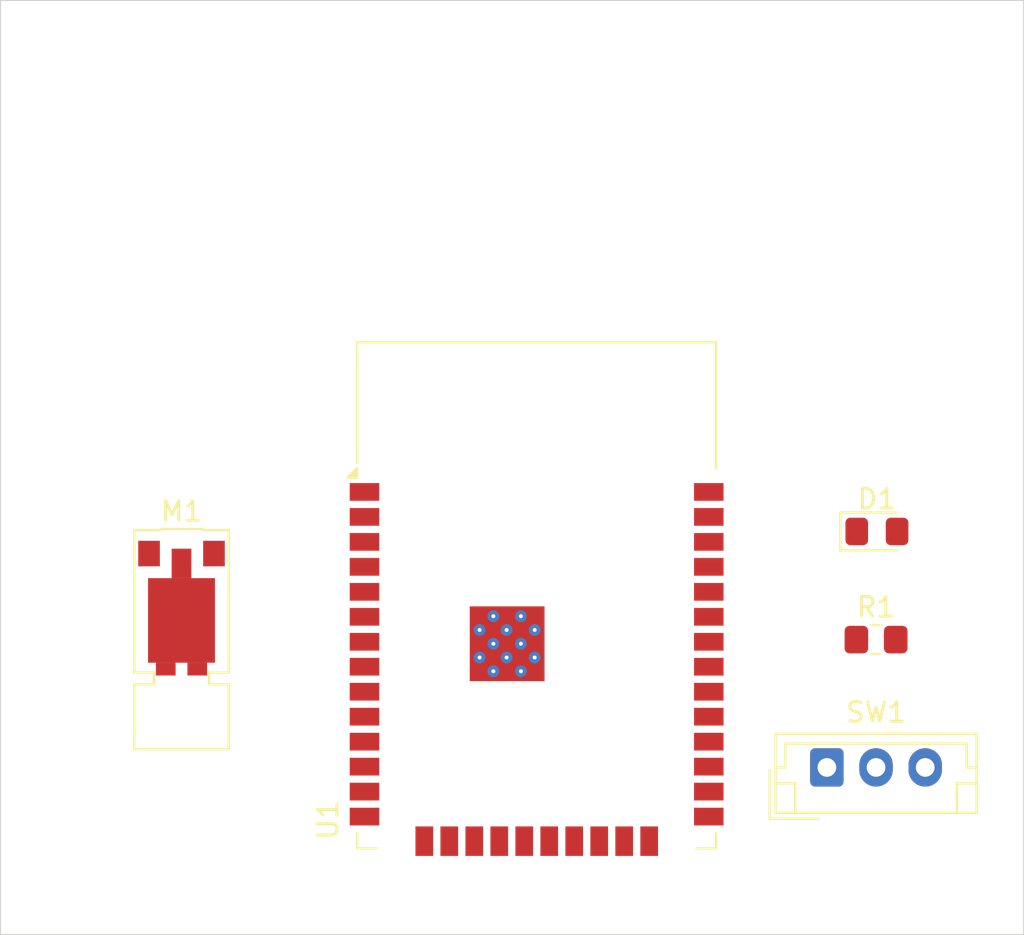
<source format=kicad_pcb>
(kicad_pcb (version 20240108) (generator "pcbnew") (generator_version "8.0")
  (layers (0 "F.Cu" signal) (31 "B.Cu" signal) (34 "B.Paste" user) (35 "F.Paste" user) (36 "B.SilkS" user "B.Silkscreen") (37 "F.SilkS" user "F.Silkscreen") (38 "B.Mask" user) (39 "F.Mask" user) (44 "Edge.Cuts" user))
  (net 0 "")
  (net 1 "GND")
  (net 2 "Net-(D1-A)")
  (net 3 "Net-(U1-IO33)")
  (net 4 "Net-(M1--)")
  (net 5 "Net-(SW1-A)")
  (net 6 "Net-(SW1-C)")
  (net 7 "VCC")
  (net 9 "Net-(U1-IO35)")
  (net 21 "Net-(U1-IO34)")
  (footprint "Motors:Vybronics_VZ30C1T8219732L" (layer "F.Cu") (at 53.2 72.975)
    (property "Reference" "M1" (at 0 -6.5 0) (layer "F.SilkS"))
    (property "Value" "Stepper_Motor_bipolar")
    (fp_line (start -2.4 -5.55) (end -1.05 -5.55) (stroke (width 0.12)) (layer "F.SilkS"))
    (fp_line (start -2.4 -5.2) (end -2.4 -5.55) (stroke (width 0.12)) (layer "F.SilkS"))
    (fp_line (start -2.4 1.7) (end -2.4 -5.2) (stroke (width 0.12)) (layer "F.SilkS"))
    (fp_line (start -2.4 2.3) (end -1.4 2.3) (stroke (width 0.12)) (layer "F.SilkS"))
    (fp_line (start -2.4 5.6) (end -2.4 2.3) (stroke (width 0.12)) (layer "F.SilkS"))
    (fp_line (start -1.4 1.7) (end -2.4 1.7) (stroke (width 0.12)) (layer "F.SilkS"))
    (fp_line (start -1.4 2.3) (end -1.4 1.7) (stroke (width 0.12)) (layer "F.SilkS"))
    (fp_line (start -1.05 -5.6) (end 1.05 -5.6) (stroke (width 0.12)) (layer "F.SilkS"))
    (fp_line (start -1.05 -5.55) (end -1.05 -5.6) (stroke (width 0.12)) (layer "F.SilkS"))
    (fp_line (start 1.05 -5.6) (end 1.05 -5.55) (stroke (width 0.12)) (layer "F.SilkS"))
    (fp_line (start 1.05 -5.55) (end 2.4 -5.55) (stroke (width 0.12)) (layer "F.SilkS"))
    (fp_line (start 1.4 1.7) (end 1.4 2.3) (stroke (width 0.12)) (layer "F.SilkS"))
    (fp_line (start 1.4 2.3) (end 2.4 2.3) (stroke (width 0.12)) (layer "F.SilkS"))
    (fp_line (start 2.4 -5.55) (end 2.4 -5.2) (stroke (width 0.12)) (layer "F.SilkS"))
    (fp_line (start 2.4 -5.2) (end 2.4 1.7) (stroke (width 0.12)) (layer "F.SilkS"))
    (fp_line (start 2.4 1.7) (end 1.4 1.7) (stroke (width 0.12)) (layer "F.SilkS"))
    (fp_line (start 2.4 2.3) (end 2.4 5.6) (stroke (width 0.12)) (layer "F.SilkS"))
    (fp_line (start 2.4 5.6) (end -2.4 5.6) (stroke (width 0.12)) (layer "F.SilkS"))
    (pad "1" smd rect (at -1.65 -4.35 270) (size 1.3 1.1) (layers "F.Cu" "F.Paste" "F.Mask") (net 3 "Net-(U1-IO33)"))
    (pad "2" smd rect (at 1.65 -4.35 270) (size 1.3 1.1) (layers "F.Cu" "F.Paste" "F.Mask") (net 4 "Net-(M1--)"))
    (pad "SH" smd rect (at -0.8 1.525) (size 1 0.65) (layers "F.Cu" "F.Paste" "F.Mask"))
    (pad "SH" smd rect (at 0 -3.85 270) (size 1.5 1) (layers "F.Cu" "F.Paste" "F.Mask"))
    (pad "SH" smd rect (at 0 -0.95 270) (size 4.3 3.4) (layers "F.Cu" "F.Mask"))
    (pad "SH" smd rect (at 0.8 1.525) (size 1 0.65) (layers "F.Cu" "F.Paste" "F.Mask"))
  )
  (footprint "LED_SMD:LED_0805_2012Metric_Pad1.15x1.40mm_HandSolder" (layer "F.Cu") (at 88.545 67.5)
    (property "Reference" "D1" (at 0 -1.65 0) (layer "F.SilkS"))
    (property "Value" "LED")
    (fp_line (start -1.86 -0.96) (end -1.86 0.96) (stroke (width 0.12)) (layer "F.SilkS"))
    (fp_line (start -1.86 0.96) (end 1 0.96) (stroke (width 0.12)) (layer "F.SilkS"))
    (fp_line (start 1 -0.96) (end -1.86 -0.96) (stroke (width 0.12)) (layer "F.SilkS"))
    (pad "1" smd roundrect (at -1.025 0) (size 1.15 1.4) (layers "F.Cu" "F.Paste" "F.Mask") (roundrect_rratio 0.217391) (net 1 "GND"))
    (pad "2" smd roundrect (at 1.025 0) (size 1.15 1.4) (layers "F.Cu" "F.Paste" "F.Mask") (roundrect_rratio 0.217391) (net 2 "Net-(D1-A)"))
  )
  (footprint "Resistor_SMD:R_0805_2012Metric_Pad1.20x1.40mm_HandSolder" (layer "F.Cu") (at 88.5 73)
    (property "Reference" "R1" (at 0 -1.65 0) (layer "F.SilkS"))
    (property "Value" "R")
    (fp_line (start -0.227064 -0.735) (end 0.227064 -0.735) (stroke (width 0.12)) (layer "F.SilkS"))
    (fp_line (start -0.227064 0.735) (end 0.227064 0.735) (stroke (width 0.12)) (layer "F.SilkS"))
    (pad "1" smd roundrect (at -1 0) (size 1.2 1.4) (layers "F.Cu" "F.Paste" "F.Mask") (roundrect_rratio 0.208333) (net 5 "Net-(SW1-A)"))
    (pad "2" smd roundrect (at 1 0) (size 1.2 1.4) (layers "F.Cu" "F.Paste" "F.Mask") (roundrect_rratio 0.208333) (net 2 "Net-(D1-A)"))
  )
  (footprint "RF_Module:ESP32-WROOM-32D" (layer "F.Cu") (at 71.25 73.74)
    (property "Reference" "U1" (at -10.61 8.43 90) (layer "F.SilkS"))
    (property "Value" "ESP32-WROOM-32E")
    (fp_line (start -9.12 -15.86) (end -9.12 -9.7) (stroke (width 0.12)) (layer "F.SilkS"))
    (fp_line (start -9.12 -15.86) (end 9.12 -15.86) (stroke (width 0.12)) (layer "F.SilkS"))
    (fp_line (start -9.12 9.1) (end -9.12 9.88) (stroke (width 0.12)) (layer "F.SilkS"))
    (fp_line (start -9.12 9.88) (end -8.12 9.88) (stroke (width 0.12)) (layer "F.SilkS"))
    (fp_line (start 9.12 -15.86) (end 9.12 -9.445) (stroke (width 0.12)) (layer "F.SilkS"))
    (fp_line (start 9.12 9.1) (end 9.12 9.88) (stroke (width 0.12)) (layer "F.SilkS"))
    (fp_line (start 9.12 9.88) (end 8.12 9.88) (stroke (width 0.12)) (layer "F.SilkS"))
    (fp_poly (pts (xy -9.125 -8.975) (xy -9.625 -8.975) (xy -9.125 -9.475) (xy -9.125 -8.975)) (stroke (width 0.12)) (fill solid) (layer "F.SilkS"))
    (pad "1" smd rect (at -8.75 -8.25) (size 1.5 0.9) (layers "F.Cu" "F.Paste" "F.Mask") (net 1 "GND"))
    (pad "2" smd rect (at -8.75 -6.98) (size 1.5 0.9) (layers "F.Cu" "F.Paste" "F.Mask") (net 6 "Net-(SW1-C)"))
    (pad "3" smd rect (at -8.75 -5.71) (size 1.5 0.9) (layers "F.Cu" "F.Paste" "F.Mask"))
    (pad "4" smd rect (at -8.75 -4.44) (size 1.5 0.9) (layers "F.Cu" "F.Paste" "F.Mask"))
    (pad "5" smd rect (at -8.75 -3.17) (size 1.5 0.9) (layers "F.Cu" "F.Paste" "F.Mask"))
    (pad "6" smd rect (at -8.75 -1.9) (size 1.5 0.9) (layers "F.Cu" "F.Paste" "F.Mask") (net 21 "Net-(U1-IO34)"))
    (pad "7" smd rect (at -8.75 -0.63) (size 1.5 0.9) (layers "F.Cu" "F.Paste" "F.Mask") (net 9 "Net-(U1-IO35)"))
    (pad "8" smd rect (at -8.75 0.64) (size 1.5 0.9) (layers "F.Cu" "F.Paste" "F.Mask") (net 4 "Net-(M1--)"))
    (pad "9" smd rect (at -8.75 1.91) (size 1.5 0.9) (layers "F.Cu" "F.Paste" "F.Mask") (net 3 "Net-(U1-IO33)"))
    (pad "10" smd rect (at -8.75 3.18) (size 1.5 0.9) (layers "F.Cu" "F.Paste" "F.Mask"))
    (pad "11" smd rect (at -8.75 4.45) (size 1.5 0.9) (layers "F.Cu" "F.Paste" "F.Mask"))
    (pad "12" smd rect (at -8.75 5.72) (size 1.5 0.9) (layers "F.Cu" "F.Paste" "F.Mask"))
    (pad "13" smd rect (at -8.75 6.99) (size 1.5 0.9) (layers "F.Cu" "F.Paste" "F.Mask"))
    (pad "14" smd rect (at -8.75 8.26) (size 1.5 0.9) (layers "F.Cu" "F.Paste" "F.Mask"))
    (pad "15" smd rect (at -5.71 9.51 90) (size 1.5 0.9) (layers "F.Cu" "F.Paste" "F.Mask") (net 1 "GND"))
    (pad "16" smd rect (at -4.44 9.51 90) (size 1.5 0.9) (layers "F.Cu" "F.Paste" "F.Mask"))
    (pad "17" smd rect (at -3.17 9.51 90) (size 1.5 0.9) (layers "F.Cu" "F.Paste" "F.Mask"))
    (pad "18" smd rect (at -1.9 9.51 90) (size 1.5 0.9) (layers "F.Cu" "F.Paste" "F.Mask"))
    (pad "19" smd rect (at -0.63 9.51 90) (size 1.5 0.9) (layers "F.Cu" "F.Paste" "F.Mask"))
    (pad "20" smd rect (at 0.64 9.51 90) (size 1.5 0.9) (layers "F.Cu" "F.Paste" "F.Mask"))
    (pad "21" smd rect (at 1.91 9.51 90) (size 1.5 0.9) (layers "F.Cu" "F.Paste" "F.Mask"))
    (pad "22" smd rect (at 3.18 9.51 90) (size 1.5 0.9) (layers "F.Cu" "F.Paste" "F.Mask"))
    (pad "23" smd rect (at 4.45 9.51 90) (size 1.5 0.9) (layers "F.Cu" "F.Paste" "F.Mask"))
    (pad "24" smd rect (at 5.72 9.51 90) (size 1.5 0.9) (layers "F.Cu" "F.Paste" "F.Mask"))
    (pad "25" smd rect (at 8.75 8.26) (size 1.5 0.9) (layers "F.Cu" "F.Paste" "F.Mask"))
    (pad "26" smd rect (at 8.75 6.99) (size 1.5 0.9) (layers "F.Cu" "F.Paste" "F.Mask"))
    (pad "27" smd rect (at 8.75 5.72) (size 1.5 0.9) (layers "F.Cu" "F.Paste" "F.Mask"))
    (pad "28" smd rect (at 8.75 4.45) (size 1.5 0.9) (layers "F.Cu" "F.Paste" "F.Mask"))
    (pad "29" smd rect (at 8.75 3.18) (size 1.5 0.9) (layers "F.Cu" "F.Paste" "F.Mask"))
    (pad "30" smd rect (at 8.75 1.91) (size 1.5 0.9) (layers "F.Cu" "F.Paste" "F.Mask"))
    (pad "31" smd rect (at 8.75 0.64) (size 1.5 0.9) (layers "F.Cu" "F.Paste" "F.Mask"))
    (pad "32" smd rect (at 8.75 -0.63) (size 1.5 0.9) (layers "F.Cu" "F.Paste" "F.Mask"))
    (pad "33" smd rect (at 8.75 -1.9) (size 1.5 0.9) (layers "F.Cu" "F.Paste" "F.Mask"))
    (pad "34" smd rect (at 8.75 -3.17) (size 1.5 0.9) (layers "F.Cu" "F.Paste" "F.Mask"))
    (pad "35" smd rect (at 8.75 -4.44) (size 1.5 0.9) (layers "F.Cu" "F.Paste" "F.Mask"))
    (pad "36" smd rect (at 8.75 -5.71) (size 1.5 0.9) (layers "F.Cu" "F.Paste" "F.Mask"))
    (pad "37" smd rect (at 8.75 -6.98) (size 1.5 0.9) (layers "F.Cu" "F.Paste" "F.Mask"))
    (pad "38" smd rect (at 8.75 -8.25) (size 1.5 0.9) (layers "F.Cu" "F.Paste" "F.Mask") (net 1 "GND"))
    (pad "39" smd rect (at -2.9 -1.93) (size 0.9 0.9) (layers "F.Cu" "F.Paste") (net 1 "GND"))
    (pad "39" thru_hole circle (at -2.9 -1.23) (size 0.6 0.6) (drill 0.2) (property pad_prop_heatsink) (layers "*.Cu" "F.Mask") (net 1 "GND"))
    (pad "39" smd rect (at -2.9 -0.53) (size 0.9 0.9) (layers "F.Cu" "F.Paste") (net 1 "GND"))
    (pad "39" thru_hole circle (at -2.9 0.17) (size 0.6 0.6) (drill 0.2) (property pad_prop_heatsink) (layers "*.Cu" "F.Mask") (net 1 "GND"))
    (pad "39" smd rect (at -2.9 0.87) (size 0.9 0.9) (layers "F.Cu" "F.Paste") (net 1 "GND"))
    (pad "39" thru_hole circle (at -2.2 -1.93) (size 0.6 0.6) (drill 0.2) (property pad_prop_heatsink) (layers "*.Cu" "F.Mask") (net 1 "GND"))
    (pad "39" thru_hole circle (at -2.2 -0.53) (size 0.6 0.6) (drill 0.2) (property pad_prop_heatsink) (layers "*.Cu" "F.Mask") (net 1 "GND"))
    (pad "39" thru_hole circle (at -2.2 0.87) (size 0.6 0.6) (drill 0.2) (property pad_prop_heatsink) (layers "*.Cu" "F.Mask") (net 1 "GND"))
    (pad "39" thru_hole circle (at -1.525 -1.23) (size 0.6 0.6) (drill 0.2) (property pad_prop_heatsink) (layers "*.Cu" "F.Mask") (net 1 "GND"))
    (pad "39" thru_hole circle (at -1.525 0.17) (size 0.6 0.6) (drill 0.2) (property pad_prop_heatsink) (layers "*.Cu" "F.Mask") (net 1 "GND"))
    (pad "39" smd rect (at -1.5 -1.93) (size 0.9 0.9) (layers "F.Cu" "F.Paste") (net 1 "GND"))
    (pad "39" smd rect (at -1.5 -0.53) (size 0.9 0.9) (layers "F.Cu" "F.Paste") (net 1 "GND"))
    (pad "39" smd rect (at -1.5 -0.53) (size 3.8 3.8) (property pad_prop_heatsink) (layers "F.Cu" "F.Mask") (net 1 "GND"))
    (pad "39" smd rect (at -1.5 0.87) (size 0.9 0.9) (layers "F.Cu" "F.Paste") (net 1 "GND"))
    (pad "39" thru_hole circle (at -0.8 -1.93) (size 0.6 0.6) (drill 0.2) (property pad_prop_heatsink) (layers "*.Cu" "F.Mask") (net 1 "GND"))
    (pad "39" thru_hole circle (at -0.8 -0.53) (size 0.6 0.6) (drill 0.2) (property pad_prop_heatsink) (layers "*.Cu" "F.Mask") (net 1 "GND"))
    (pad "39" thru_hole circle (at -0.8 0.87) (size 0.6 0.6) (drill 0.2) (property pad_prop_heatsink) (layers "*.Cu" "F.Mask") (net 1 "GND"))
    (pad "39" smd rect (at -0.1 -1.93) (size 0.9 0.9) (layers "F.Cu" "F.Paste") (net 1 "GND"))
    (pad "39" thru_hole circle (at -0.1 -1.23) (size 0.6 0.6) (drill 0.2) (property pad_prop_heatsink) (layers "*.Cu" "F.Mask") (net 1 "GND"))
    (pad "39" smd rect (at -0.1 -0.53) (size 0.9 0.9) (layers "F.Cu" "F.Paste") (net 1 "GND"))
    (pad "39" thru_hole circle (at -0.1 0.17) (size 0.6 0.6) (drill 0.2) (property pad_prop_heatsink) (layers "*.Cu" "F.Mask") (net 1 "GND"))
    (pad "39" smd rect (at -0.1 0.87) (size 0.9 0.9) (layers "F.Cu" "F.Paste") (net 1 "GND"))
  )
  (footprint "Connector_JST:JST_EH_B3B-EH-A_1x03_P2.50mm_Vertical" (layer "F.Cu") (at 86 79.5)
    (property "Reference" "SW1" (at 2.5 -2.8 0) (layer "F.SilkS"))
    (property "Value" "SW_SPDT")
    (fp_line (start -2.91 0.11) (end -2.91 2.61) (stroke (width 0.12)) (layer "F.SilkS"))
    (fp_line (start -2.91 2.61) (end -0.41 2.61) (stroke (width 0.12)) (layer "F.SilkS"))
    (fp_line (start -2.61 -1.71) (end -2.61 2.31) (stroke (width 0.12)) (layer "F.SilkS"))
    (fp_line (start -2.61 0) (end -2.11 0) (stroke (width 0.12)) (layer "F.SilkS"))
    (fp_line (start -2.61 0.81) (end -1.61 0.81) (stroke (width 0.12)) (layer "F.SilkS"))
    (fp_line (start -2.61 2.31) (end 7.61 2.31) (stroke (width 0.12)) (layer "F.SilkS"))
    (fp_line (start -2.11 -1.21) (end 7.11 -1.21) (stroke (width 0.12)) (layer "F.SilkS"))
    (fp_line (start -2.11 0) (end -2.11 -1.21) (stroke (width 0.12)) (layer "F.SilkS"))
    (fp_line (start -1.61 0.81) (end -1.61 2.31) (stroke (width 0.12)) (layer "F.SilkS"))
    (fp_line (start 6.61 0.81) (end 6.61 2.31) (stroke (width 0.12)) (layer "F.SilkS"))
    (fp_line (start 7.11 -1.21) (end 7.11 0) (stroke (width 0.12)) (layer "F.SilkS"))
    (fp_line (start 7.11 0) (end 7.61 0) (stroke (width 0.12)) (layer "F.SilkS"))
    (fp_line (start 7.61 -1.71) (end -2.61 -1.71) (stroke (width 0.12)) (layer "F.SilkS"))
    (fp_line (start 7.61 0.81) (end 6.61 0.81) (stroke (width 0.12)) (layer "F.SilkS"))
    (fp_line (start 7.61 2.31) (end 7.61 -1.71) (stroke (width 0.12)) (layer "F.SilkS"))
    (pad "1" thru_hole roundrect (at 0 0) (size 1.7 1.95) (drill 0.95) (layers "*.Cu" "*.Mask") (roundrect_rratio 0.147059) (net 5 "Net-(SW1-A)"))
    (pad "2" thru_hole oval (at 2.5 0) (size 1.7 1.95) (drill 0.95) (layers "*.Cu" "*.Mask") (net 7 "VCC"))
    (pad "3" thru_hole oval (at 5 0) (size 1.7 1.95) (drill 0.95) (layers "*.Cu" "*.Mask") (net 6 "Net-(SW1-C)"))
  )
  (gr_line (start 44 40.5) (end 44 88) (stroke (width 0.05)) (layer "Edge.Cuts"))
  (gr_line (start 96 40.5) (end 44 40.5) (stroke (width 0.05)) (layer "Edge.Cuts"))
  (gr_line (start 96 40.5) (end 96 88) (stroke (width 0.05)) (layer "Edge.Cuts"))
  (gr_line (start 96 88) (end 44 88) (stroke (width 0.05)) (layer "Edge.Cuts"))
)
</source>
